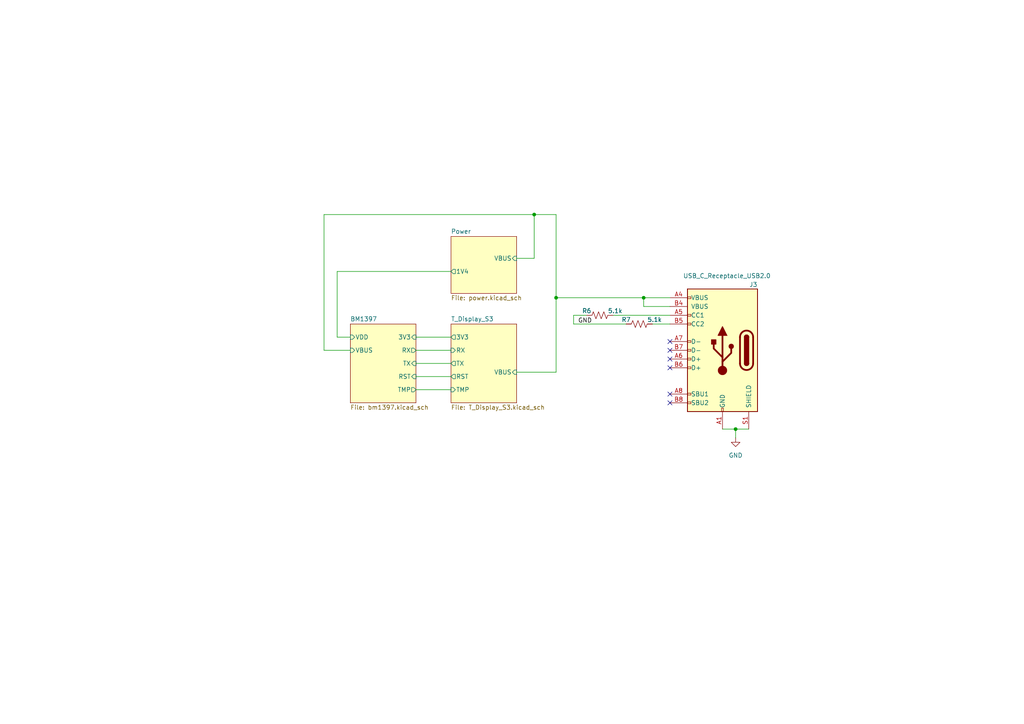
<source format=kicad_sch>
(kicad_sch (version 20231120) (generator "eeschema") (generator_version "8.0")
  (paper "A4")
  (title_block (title "NerdNOS") (date "2024-04-05") (rev "1"))
  (lib_symbols
    (symbol "Device:R_US" (pin_numbers hide) (pin_names (offset 0))
      (property "Reference" "R" (at 2.54 0 90))
      (property "Value" "R_US" (at -2.54 0 90))
      (symbol "R_US_0_1"
        (polyline (pts (xy 0 -2.286) (xy 0 -2.54)))
        (polyline (pts (xy 0 2.286) (xy 0 2.54)))
        (polyline (pts (xy 0 -0.762) (xy 1.016 -1.143) (xy 0 -1.524) (xy -1.016 -1.905) (xy 0 -2.286)))
        (polyline (pts (xy 0 0.762) (xy 1.016 0.381) (xy 0 0) (xy -1.016 -0.381) (xy 0 -0.762)))
        (polyline (pts (xy 0 2.286) (xy 1.016 1.905) (xy 0 1.524) (xy -1.016 1.143) (xy 0 0.762)))
      )
      (symbol "R_US_1_1"
        (pin passive line (at 0 3.81 270) (length 1.27) (name "~") (number "1"))
        (pin passive line (at 0 -3.81 90) (length 1.27) (name "~") (number "2"))
      )
    )
    (symbol "bitaxe:USB_C_Receptacle_USB2.0" (pin_names (offset 1.016))
      (property "Reference" "J" (at -10.16 19.05 0))
      (property "Value" "USB_C_Receptacle_USB2.0" (at 19.05 19.05 0))
      (symbol "USB_C_Receptacle_USB2.0_0_0"
        (rectangle (start -0.254 -17.78) (end 0.254 -16.764))
        (rectangle (start 10.16 -14.986) (end 9.144 -15.494))
        (rectangle (start 10.16 -12.446) (end 9.144 -12.954))
        (rectangle (start 10.16 -4.826) (end 9.144 -5.334))
        (rectangle (start 10.16 -2.286) (end 9.144 -2.794))
        (rectangle (start 10.16 0.254) (end 9.144 -0.254))
        (rectangle (start 10.16 2.794) (end 9.144 2.286))
        (rectangle (start 10.16 7.874) (end 9.144 7.366))
        (rectangle (start 10.16 10.414) (end 9.144 9.906))
        (rectangle (start 10.16 15.494) (end 9.144 14.986))
      )
      (symbol "USB_C_Receptacle_USB2.0_0_1"
        (rectangle (start -10.16 17.78) (end 10.16 -17.78) (stroke (width 0.254)) (fill (type background)))
        (arc (start -8.89 -3.81) (mid -6.985 -5.7067) (end -5.08 -3.81) (stroke (width 0.508)))
        (arc (start -7.62 -3.81) (mid -6.985 -4.4423) (end -6.35 -3.81) (stroke (width 0.254)))
        (arc (start -7.62 -3.81) (mid -6.985 -4.4423) (end -6.35 -3.81) (stroke (width 0.254)) (fill (type outline)))
        (rectangle (start -7.62 -3.81) (end -6.35 3.81) (stroke (width 0.254)) (fill (type outline)))
        (arc (start -6.35 3.81) (mid -6.985 4.4423) (end -7.62 3.81) (stroke (width 0.254)))
        (arc (start -6.35 3.81) (mid -6.985 4.4423) (end -7.62 3.81) (stroke (width 0.254)) (fill (type outline)))
        (arc (start -5.08 3.81) (mid -6.985 5.7067) (end -8.89 3.81) (stroke (width 0.508)))
        (circle (center -2.54 1.143) (radius 0.635) (stroke (width 0.254)) (fill (type outline)))
        (circle (center 0 -5.842) (radius 1.27) (fill (type outline)))
        (polyline (pts (xy -8.89 -3.81) (xy -8.89 3.81)) (stroke (width 0.508)))
        (polyline (pts (xy -5.08 3.81) (xy -5.08 -3.81)) (stroke (width 0.508)))
        (polyline (pts (xy 0 -5.842) (xy 0 4.318)) (stroke (width 0.508)))
        (polyline (pts (xy 0 -3.302) (xy -2.54 -0.762) (xy -2.54 0.508)) (stroke (width 0.508)))
        (polyline (pts (xy 0 -2.032) (xy 2.54 0.508) (xy 2.54 1.778)) (stroke (width 0.508)))
        (polyline (pts (xy -1.27 4.318) (xy 0 6.858) (xy 1.27 4.318) (xy -1.27 4.318)) (stroke (width 0.254)) (fill (type outline)))
        (rectangle (start 1.905 1.778) (end 3.175 3.048) (stroke (width 0.254)) (fill (type outline)))
      )
      (symbol "USB_C_Receptacle_USB2.0_1_1"
        (pin passive line (at 0 -22.86 90) (length 5.08) (name "GND") (number "A1"))
        (pin power_out line (at 15.24 15.24 180) (length 5.08) (name "VBUS") (number "A4"))
        (pin bidirectional line (at 15.24 10.16 180) (length 5.08) (name "CC1") (number "A5"))
        (pin bidirectional line (at 15.24 -2.54 180) (length 5.08) (name "D+") (number "A6"))
        (pin bidirectional line (at 15.24 2.54 180) (length 5.08) (name "D-") (number "A7"))
        (pin bidirectional line (at 15.24 -12.7 180) (length 5.08) (name "SBU1") (number "A8"))
        (pin passive line (at 0 -22.86 90) (length 5.08) hide (name "GND") (number "B1"))
        (pin passive line (at 15.24 12.7 180) (length 5.08) (name "VBUS") (number "B4"))
        (pin bidirectional line (at 15.24 7.62 180) (length 5.08) (name "CC2") (number "B5"))
        (pin bidirectional line (at 15.24 -5.08 180) (length 5.08) (name "D+") (number "B6"))
        (pin bidirectional line (at 15.24 0 180) (length 5.08) (name "D-") (number "B7"))
        (pin bidirectional line (at 15.24 -15.24 180) (length 5.08) (name "SBU2") (number "B8"))
        (pin passive line (at -7.62 -22.86 90) (length 5.08) (name "SHIELD") (number "S1"))
      )
    )
    (symbol "power:GND" (power) (pin_numbers hide) (pin_names (offset 0) hide)
      (property "Value" "GND" (at 0 -3.81 0))
      (symbol "GND_0_1"
        (polyline (pts (xy 0 0) (xy 0 -1.27) (xy 1.27 -1.27) (xy 0 -2.54) (xy -1.27 -1.27) (xy 0 -1.27)))
      )
      (symbol "GND_1_1"
        (pin power_in line (at 0 0 270) (length 0) (name "~") (number "1"))
      )
    )
  )
  (junction (at 154.94 62.23))
  (junction (at 213.36 124.46))
  (junction (at 161.29 86.36))
  (junction (at 186.69 86.36))
  (no_connect (at 194.31 101.6))
  (no_connect (at 194.31 99.06))
  (no_connect (at 194.31 106.68))
  (no_connect (at 194.31 114.3))
  (no_connect (at 194.31 104.14))
  (no_connect (at 194.31 116.84))
  (wire (pts (xy 120.65 113.03) (xy 130.81 113.03)))
  (wire (pts (xy 189.23 93.98) (xy 194.31 93.98)))
  (wire (pts (xy 93.98 101.6) (xy 101.6 101.6)))
  (wire (pts (xy 120.65 109.22) (xy 130.81 109.22)))
  (wire (pts (xy 181.61 93.98) (xy 166.37 93.98)))
  (wire (pts (xy 154.94 74.93) (xy 154.94 62.23)))
  (wire (pts (xy 130.81 78.74) (xy 97.79 78.74)))
  (wire (pts (xy 166.37 93.98) (xy 166.37 91.44)))
  (wire (pts (xy 93.98 62.23) (xy 93.98 101.6)))
  (wire (pts (xy 120.65 101.6) (xy 130.81 101.6)))
  (wire (pts (xy 120.65 105.41) (xy 130.81 105.41)))
  (wire (pts (xy 186.69 86.36) (xy 186.69 88.9)))
  (wire (pts (xy 186.69 88.9) (xy 194.31 88.9)))
  (wire (pts (xy 93.98 62.23) (xy 154.94 62.23)))
  (wire (pts (xy 177.8 91.44) (xy 194.31 91.44)))
  (wire (pts (xy 120.65 97.79) (xy 130.81 97.79)))
  (wire (pts (xy 149.86 107.95) (xy 161.29 107.95)))
  (wire (pts (xy 161.29 86.36) (xy 161.29 107.95)))
  (wire (pts (xy 213.36 124.46) (xy 213.36 127)))
  (wire (pts (xy 97.79 78.74) (xy 97.79 97.79)))
  (wire (pts (xy 161.29 62.23) (xy 154.94 62.23)))
  (wire (pts (xy 161.29 62.23) (xy 161.29 86.36)))
  (wire (pts (xy 161.29 86.36) (xy 186.69 86.36)))
  (wire (pts (xy 209.55 124.46) (xy 213.36 124.46)))
  (wire (pts (xy 149.86 74.93) (xy 154.94 74.93)))
  (wire (pts (xy 97.79 97.79) (xy 101.6 97.79)))
  (wire (pts (xy 213.36 124.46) (xy 217.17 124.46)))
  (wire (pts (xy 166.37 91.44) (xy 170.18 91.44)))
  (wire (pts (xy 186.69 86.36) (xy 194.31 86.36)))
  (label "GND" (at 167.64 93.98 0))
  (symbol (lib_id "bitaxe:USB_C_Receptacle_USB2.0") (at 209.55 101.6 0) (mirror y) (unit 1)
    (property "Reference" "J3" (at 219.71 82.55 0) (effects (justify left)))
    (property "Value" "USB_C_Receptacle_USB2.0" (at 198.12 80.01 0) (effects (justify right)))
    (property "Footprint" "Connector_USB:USB_C_Receptacle_GCT_USB4105-xx-A_16P_TopMnt_Horizontal" (effects (hide yes)))
    (property "Datasheet" "https://www.usb.org/sites/default/files/documents/usb_type-c.zip" (effects (hide yes)))
    (property "Description" "USB 2.0-only Type-C Receptacle connector" (effects (hide yes)))
    (property "DK" "2073-USB4105-GF-ACT-ND" (effects (hide yes)))
    (property "PARTNO" "USB4105-GF-A" (effects (hide yes)))
  )
  (symbol (lib_id "power:GND") (at 213.36 127 0) (unit 1)
    (property "Reference" "#PWR04" (effects (hide yes)))
    (property "Value" "GND" (at 213.36 132.08 0))
    (property "Description" "Power symbol creates a global label with name \"GND\" , ground" (effects (hide yes)))
  )
  (symbol (lib_id "Device:R_US") (at 173.99 91.44 90) (unit 1)
    (property "Reference" "R6" (at 170.18 90.17 90))
    (property "Value" "5.1k" (at 178.435 90.17 90))
    (property "Footprint" "Resistor_SMD:R_0402_1005Metric" (effects (hide yes)))
    (property "DK" "RMCF0402JT5K10CT-ND" (effects (hide yes)))
    (property "PARTNO" "RMCF0402JT5K10" (effects (hide yes)))
  )
  (symbol (lib_id "Device:R_US") (at 185.42 93.98 90) (unit 1)
    (property "Reference" "R7" (at 181.61 92.71 90))
    (property "Value" "5.1k" (at 189.865 92.71 90))
    (property "Footprint" "Resistor_SMD:R_0402_1005Metric" (effects (hide yes)))
    (property "DK" "RMCF0402JT5K10CT-ND" (effects (hide yes)))
    (property "PARTNO" "RMCF0402JT5K10" (effects (hide yes)))
  )
  (sheet (at 101.6 93.98) (size 19.05 22.86) (stroke (width 0.1524)) (fill (color 255 255 194 1.0000))
    (property "Sheetname" "BM1397" (at 101.6 93.2684 0) (effects (justify left bottom)))
    (property "Sheetfile" "bm1397.kicad_sch" (at 101.6 117.4246 0) (effects (justify left top)))
    (pin "VDD" input (at 101.6 97.79 180))
    (pin "TX" input (at 120.65 105.41 0))
    (pin "3V3" input (at 120.65 97.79 0))
    (pin "RX" output (at 120.65 101.6 0))
    (pin "RST" input (at 120.65 109.22 0))
    (pin "VBUS" input (at 101.6 101.6 180))
    (pin "TMP" output (at 120.65 113.03 0))
  )
  (sheet (at 130.81 68.58) (size 19.05 16.51) (stroke (width 0.1524)) (fill (color 255 255 194 1.0000))
    (property "Sheetname" "Power" (at 130.81 67.8684 0) (effects (justify left bottom)))
    (property "Sheetfile" "power.kicad_sch" (at 130.81 85.6746 0) (effects (justify left top)))
    (pin "VBUS" input (at 149.86 74.93 0))
    (pin "1V4" output (at 130.81 78.74 180))
  )
  (sheet (at 130.81 93.98) (size 19.05 22.86) (stroke (width 0.1524)) (fill (color 255 255 194 1.0000))
    (property "Sheetname" "T_Display_S3" (at 130.81 93.2684 0) (effects (justify left bottom)))
    (property "Sheetfile" "T_Display_S3.kicad_sch" (at 130.81 117.4246 0) (effects (justify left top)))
    (pin "VBUS" input (at 149.86 107.95 0))
    (pin "RX" input (at 130.81 101.6 180))
    (pin "TX" output (at 130.81 105.41 180))
    (pin "RST" output (at 130.81 109.22 180))
    (pin "3V3" output (at 130.81 97.79 180))
    (pin "TMP" input (at 130.81 113.03 180))
  )
)
</source>
